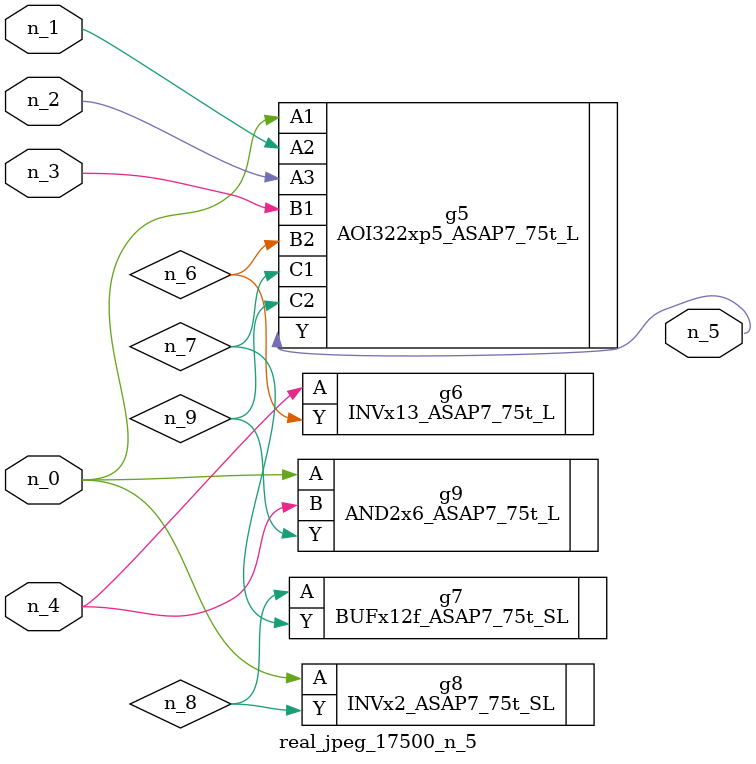
<source format=v>
module real_jpeg_17500_n_5 (n_4, n_0, n_1, n_2, n_3, n_5);

input n_4;
input n_0;
input n_1;
input n_2;
input n_3;

output n_5;

wire n_8;
wire n_6;
wire n_7;
wire n_9;

AOI322xp5_ASAP7_75t_L g5 ( 
.A1(n_0),
.A2(n_1),
.A3(n_2),
.B1(n_3),
.B2(n_6),
.C1(n_7),
.C2(n_9),
.Y(n_5)
);

INVx2_ASAP7_75t_SL g8 ( 
.A(n_0),
.Y(n_8)
);

AND2x6_ASAP7_75t_L g9 ( 
.A(n_0),
.B(n_4),
.Y(n_9)
);

INVx13_ASAP7_75t_L g6 ( 
.A(n_4),
.Y(n_6)
);

BUFx12f_ASAP7_75t_SL g7 ( 
.A(n_8),
.Y(n_7)
);


endmodule
</source>
